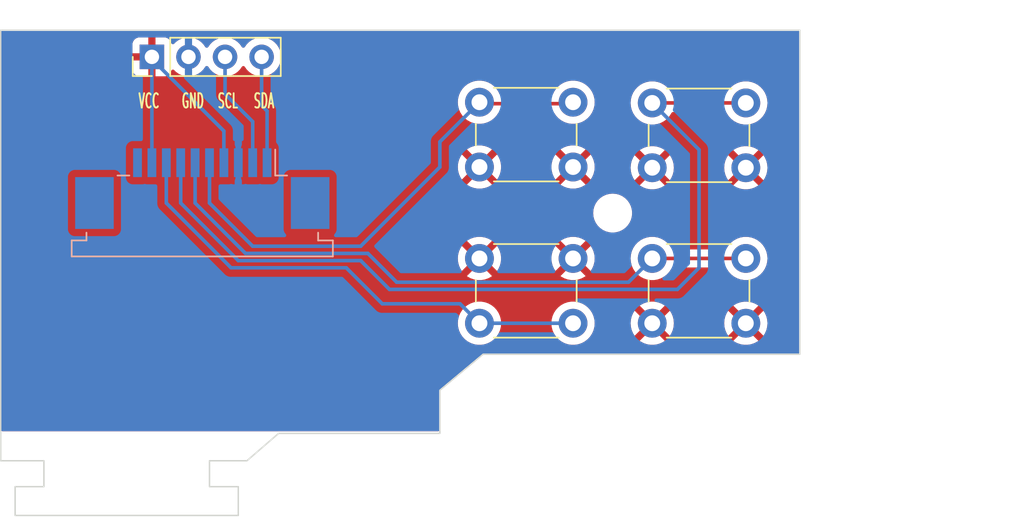
<source format=kicad_pcb>
(kicad_pcb (version 20221018) (generator pcbnew)
  (layers (0 "F.Cu" signal) (31 "B.Cu" signal) (34 "B.Paste" user) (35 "F.Paste" user) (36 "B.SilkS" user "B.Silkscreen") (37 "F.SilkS" user "F.Silkscreen") (38 "B.Mask" user) (39 "F.Mask" user) (44 "Edge.Cuts" user))
  (net 0 "")
  (net 1 "+3.3V")
  (net 2 "GND")
  (net 3 "/SCL")
  (net 4 "/SDA")
  (net 5 "Net-(J2-Pin_5)")
  (net 6 "Net-(J2-Pin_6)")
  (net 7 "Net-(J2-Pin_7)")
  (net 8 "Net-(J2-Pin_8)")
  (footprint "Button_Switch_THT:SW_PUSH_6mm_H8.5mm" (layer "F.Cu") (at 77.75 40.05)
    (fp_text reference "SW2" hide)
    (fp_text value "Up")
    (fp_line (start -0.25 1.5) (end -0.25 3) (stroke (width 0.12)) (layer "F.SilkS"))
    (fp_line (start 1 5.5) (end 5.5 5.5) (stroke (width 0.12)) (layer "F.SilkS"))
    (fp_line (start 5.5 -1) (end 1 -1) (stroke (width 0.12)) (layer "F.SilkS"))
    (fp_line (start 6.75 3) (end 6.75 1.5) (stroke (width 0.12)) (layer "F.SilkS"))
    (pad "1" thru_hole circle (at 0 0 90) (size 2 2) (drill 1.1) (layers "*.Cu" "*.Mask") (net 7 "Net-(J2-Pin_7)"))
    (pad "1" thru_hole circle (at 6.5 0 90) (size 2 2) (drill 1.1) (layers "*.Cu" "*.Mask") (net 7 "Net-(J2-Pin_7)"))
    (pad "2" thru_hole circle (at 0 4.5 90) (size 2 2) (drill 1.1) (layers "*.Cu" "*.Mask") (net 1 "+3.3V"))
    (pad "2" thru_hole circle (at 6.5 4.5 90) (size 2 2) (drill 1.1) (layers "*.Cu" "*.Mask") (net 1 "+3.3V"))
  )
  (footprint "Button_Switch_THT:SW_PUSH_6mm_H8.5mm" (layer "F.Cu") (at 72.25 55.35 180)
    (fp_text reference "SW3" hide)
    (fp_text value "Down")
    (fp_line (start -0.25 1.5) (end -0.25 3) (stroke (width 0.12)) (layer "F.SilkS"))
    (fp_line (start 1 5.5) (end 5.5 5.5) (stroke (width 0.12)) (layer "F.SilkS"))
    (fp_line (start 5.5 -1) (end 1 -1) (stroke (width 0.12)) (layer "F.SilkS"))
    (fp_line (start 6.75 3) (end 6.75 1.5) (stroke (width 0.12)) (layer "F.SilkS"))
    (pad "1" thru_hole circle (at 0 0 270) (size 2 2) (drill 1.1) (layers "*.Cu" "*.Mask") (net 8 "Net-(J2-Pin_8)"))
    (pad "1" thru_hole circle (at 6.5 0 270) (size 2 2) (drill 1.1) (layers "*.Cu" "*.Mask") (net 8 "Net-(J2-Pin_8)"))
    (pad "2" thru_hole circle (at 0 4.5 270) (size 2 2) (drill 1.1) (layers "*.Cu" "*.Mask") (net 1 "+3.3V"))
    (pad "2" thru_hole circle (at 6.5 4.5 270) (size 2 2) (drill 1.1) (layers "*.Cu" "*.Mask") (net 1 "+3.3V"))
  )
  (footprint "Button_Switch_THT:SW_PUSH_6mm_H8.5mm" (layer "F.Cu") (at 77.75 50.85)
    (fp_text reference "SW4" hide)
    (fp_text value "Confirm")
    (fp_line (start -0.25 1.5) (end -0.25 3) (stroke (width 0.12)) (layer "F.SilkS"))
    (fp_line (start 1 5.5) (end 5.5 5.5) (stroke (width 0.12)) (layer "F.SilkS"))
    (fp_line (start 5.5 -1) (end 1 -1) (stroke (width 0.12)) (layer "F.SilkS"))
    (fp_line (start 6.75 3) (end 6.75 1.5) (stroke (width 0.12)) (layer "F.SilkS"))
    (pad "1" thru_hole circle (at 0 0 90) (size 2 2) (drill 1.1) (layers "*.Cu" "*.Mask") (net 6 "Net-(J2-Pin_6)"))
    (pad "1" thru_hole circle (at 6.5 0 90) (size 2 2) (drill 1.1) (layers "*.Cu" "*.Mask") (net 6 "Net-(J2-Pin_6)"))
    (pad "2" thru_hole circle (at 0 4.5 90) (size 2 2) (drill 1.1) (layers "*.Cu" "*.Mask") (net 1 "+3.3V"))
    (pad "2" thru_hole circle (at 6.5 4.5 90) (size 2 2) (drill 1.1) (layers "*.Cu" "*.Mask") (net 1 "+3.3V"))
  )
  (footprint "Connector_PinHeader_2.54mm:PinHeader_1x04_P2.54mm_Vertical" (layer "F.Cu") (at 43 36.85 90)
    (fp_text reference "J1" hide)
    (fp_text value "OLED")
    (fp_line (start -1.33 -1.33) (end 0 -1.33) (stroke (width 0.12)) (layer "F.SilkS"))
    (fp_line (start -1.33 0) (end -1.33 -1.33) (stroke (width 0.12)) (layer "F.SilkS"))
    (fp_line (start -1.33 1.27) (end -1.33 8.95) (stroke (width 0.12)) (layer "F.SilkS"))
    (fp_line (start -1.33 1.27) (end 1.33 1.27) (stroke (width 0.12)) (layer "F.SilkS"))
    (fp_line (start -1.33 8.95) (end 1.33 8.95) (stroke (width 0.12)) (layer "F.SilkS"))
    (fp_line (start 1.33 1.27) (end 1.33 8.95) (stroke (width 0.12)) (layer "F.SilkS"))
    (pad "1" thru_hole rect (at 0 0 90) (size 1.7 1.7) (drill 1) (layers "*.Cu" "*.Mask") (net 1 "+3.3V"))
    (pad "2" thru_hole oval (at 0 2.54 90) (size 1.7 1.7) (drill 1) (layers "*.Cu" "*.Mask") (net 2 "GND"))
    (pad "3" thru_hole oval (at 0 5.08 90) (size 1.7 1.7) (drill 1) (layers "*.Cu" "*.Mask") (net 3 "/SCL"))
    (pad "4" thru_hole oval (at 0 7.62 90) (size 1.7 1.7) (drill 1) (layers "*.Cu" "*.Mask") (net 4 "/SDA"))
  )
  (footprint "MountingHole:MountingHole_2.2mm_M2" (layer "F.Cu") (at 75 47.7)
    (fp_text reference "REF**" hide)
    (fp_text value "MountingHole_2.2mm_M2")
    (pad "" np_thru_hole circle (at 0 0) (size 2.2 2.2) (drill 2.2) (layers "*.Cu" "*.Mask"))
  )
  (footprint "Button_Switch_THT:SW_PUSH_6mm_H8.5mm" (layer "F.Cu") (at 65.75 40)
    (fp_text reference "SW1" hide)
    (fp_text value "Back")
    (fp_line (start -0.25 1.5) (end -0.25 3) (stroke (width 0.12)) (layer "F.SilkS"))
    (fp_line (start 1 5.5) (end 5.5 5.5) (stroke (width 0.12)) (layer "F.SilkS"))
    (fp_line (start 5.5 -1) (end 1 -1) (stroke (width 0.12)) (layer "F.SilkS"))
    (fp_line (start 6.75 3) (end 6.75 1.5) (stroke (width 0.12)) (layer "F.SilkS"))
    (pad "1" thru_hole circle (at 0 0 90) (size 2 2) (drill 1.1) (layers "*.Cu" "*.Mask") (net 5 "Net-(J2-Pin_5)"))
    (pad "1" thru_hole circle (at 6.5 0 90) (size 2 2) (drill 1.1) (layers "*.Cu" "*.Mask") (net 5 "Net-(J2-Pin_5)"))
    (pad "2" thru_hole circle (at 0 4.5 90) (size 2 2) (drill 1.1) (layers "*.Cu" "*.Mask") (net 1 "+3.3V"))
    (pad "2" thru_hole circle (at 6.5 4.5 90) (size 2 2) (drill 1.1) (layers "*.Cu" "*.Mask") (net 1 "+3.3V"))
  )
  (footprint "Connector_FFC-FPC:TE_1-84952-0_1x10-1MP_P1.0mm_Horizontal" (layer "B.Cu") (at 46.5 46 180)
    (fp_text reference "J2" hide)
    (fp_text value "Connector")
    (fp_line (start -9.07 -4.71) (end -9.07 -3.6) (stroke (width 0.12)) (layer "B.SilkS"))
    (fp_line (start -9.07 -3.6) (end -8.045 -3.6) (stroke (width 0.12)) (layer "B.SilkS"))
    (fp_line (start -8.045 -3.6) (end -8.045 -3.06) (stroke (width 0.12)) (layer "B.SilkS"))
    (fp_line (start -5.89 0.91) (end -5.065 0.91) (stroke (width 0.12)) (layer "B.SilkS"))
    (fp_line (start -5.065 0.91) (end -5.065 2.71) (stroke (width 0.12)) (layer "B.SilkS"))
    (fp_line (start 5.065 0.91) (end 5.89 0.91) (stroke (width 0.12)) (layer "B.SilkS"))
    (fp_line (start 8.045 -3.6) (end 9.07 -3.6) (stroke (width 0.12)) (layer "B.SilkS"))
    (fp_line (start 8.045 -3.06) (end 8.045 -3.6) (stroke (width 0.12)) (layer "B.SilkS"))
    (fp_line (start 9.07 -4.71) (end -9.07 -4.71) (stroke (width 0.12)) (layer "B.SilkS"))
    (fp_line (start 9.07 -3.6) (end 9.07 -4.71) (stroke (width 0.12)) (layer "B.SilkS"))
    (pad "1" smd rect (at -4.5 1.8 180) (size 0.61 2) (layers "B.Cu" "B.Paste" "B.Mask") (net 4 "/SDA"))
    (pad "2" smd rect (at -3.5 1.8 180) (size 0.61 2) (layers "B.Cu" "B.Paste" "B.Mask") (net 3 "/SCL"))
    (pad "3" smd rect (at -2.5 1.8 180) (size 0.61 2) (layers "B.Cu" "B.Paste" "B.Mask") (net 2 "GND"))
    (pad "4" smd rect (at -1.5 1.8 180) (size 0.61 2) (layers "B.Cu" "B.Paste" "B.Mask") (net 1 "+3.3V"))
    (pad "5" smd rect (at -0.5 1.8 180) (size 0.61 2) (layers "B.Cu" "B.Paste" "B.Mask") (net 5 "Net-(J2-Pin_5)"))
    (pad "6" smd rect (at 0.5 1.8 180) (size 0.61 2) (layers "B.Cu" "B.Paste" "B.Mask") (net 6 "Net-(J2-Pin_6)"))
    (pad "7" smd rect (at 1.5 1.8 180) (size 0.61 2) (layers "B.Cu" "B.Paste" "B.Mask") (net 7 "Net-(J2-Pin_7)"))
    (pad "8" smd rect (at 2.5 1.8 180) (size 0.61 2) (layers "B.Cu" "B.Paste" "B.Mask") (net 8 "Net-(J2-Pin_8)"))
    (pad "9" smd rect (at 3.5 1.8 180) (size 0.61 2) (layers "B.Cu" "B.Paste" "B.Mask") (net 1 "+3.3V"))
    (pad "10" smd rect (at 4.5 1.8 180) (size 0.61 2) (layers "B.Cu" "B.Paste" "B.Mask"))
    (pad "MP" smd rect (at -7.49 -1 180) (size 2.68 3.6) (layers "B.Cu" "B.Paste" "B.Mask"))
    (pad "MP" smd rect (at 7.49 -1 180) (size 2.68 3.6) (layers "B.Cu" "B.Paste" "B.Mask"))
  )
  (gr_poly (pts (xy 32.5 35) (xy 88 35) (xy 88 57.5) (xy 66 57.5) (xy 63 60) (xy 63 63) (xy 51.8 63) (xy 49.6 64.9) (xy 47 64.9) (xy 47 66.7) (xy 49 66.7) (xy 49 68.7) (xy 33.5 68.7) (xy 33.5 66.7) (xy 35.5 66.7) (xy 35.5 64.9) (xy 32.5 64.9)) (stroke (width 0.1)) (fill none) (layer "Edge.Cuts"))
  (gr_text "SDA" (at 50 40.5) (layer "F.SilkS") (effects (font (size 1 0.5) (thickness 0.125)) (justify left bottom)))
  (gr_text "VCC" (at 42 40.5) (layer "F.SilkS") (effects (font (size 1 0.5) (thickness 0.125)) (justify left bottom)))
  (gr_text "GND" (at 45 40.5) (layer "F.SilkS") (effects (font (size 1 0.5) (thickness 0.125)) (justify left bottom)))
  (gr_text "SCL" (at 47.5 40.5) (layer "F.SilkS") (effects (font (size 1 0.5) (thickness 0.125)) (justify left bottom)))
  (segment (start 48 42) (end 43 37) (width 0.25) (layer "B.Cu") (net 1))
  (segment (start 43 36.85) (end 43 44.2) (width 0.25) (layer "B.Cu") (net 1))
  (segment (start 43 37) (end 43 36.85) (width 0.25) (layer "B.Cu") (net 1))
  (segment (start 48 44.2) (end 48 42) (width 0.25) (layer "B.Cu") (net 1))
  (segment (start 49 41.5) (end 45.54 38.04) (width 0.25) (layer "B.Cu") (net 2))
  (segment (start 49 44.2) (end 49 41.5) (width 0.25) (layer "B.Cu") (net 2))
  (segment (start 45.54 38.04) (end 45.54 36.85) (width 0.25) (layer "B.Cu") (net 2))
  (segment (start 50 41.35) (end 50 44.2) (width 0.25) (layer "B.Cu") (net 3))
  (segment (start 48.08 39.43) (end 50 41.35) (width 0.25) (layer "B.Cu") (net 3))
  (segment (start 48.08 36.85) (end 48.08 39.43) (width 0.25) (layer "B.Cu") (net 3))
  (segment (start 51 40.61) (end 51 44.2) (width 0.25) (layer "B.Cu") (net 4))
  (segment (start 50.62 36.85) (end 50.62 40.23) (width 0.25) (layer "B.Cu") (net 4))
  (segment (start 50.62 40.23) (end 51 40.61) (width 0.25) (layer "B.Cu") (net 4))
  (segment (start 72.3 40.1) (end 65.8 40.1) (width 0.25) (layer "F.Cu") (net 5))
  (segment (start 57.5 50) (end 63 44.5) (width 0.25) (layer "B.Cu") (net 5))
  (segment (start 50 50) (end 57.5 50) (width 0.25) (layer "B.Cu") (net 5))
  (segment (start 47 47) (end 50 50) (width 0.25) (layer "B.Cu") (net 5))
  (segment (start 47 44.2) (end 47 47) (width 0.25) (layer "B.Cu") (net 5))
  (segment (start 63 42.75) (end 65.75 40) (width 0.25) (layer "B.Cu") (net 5))
  (segment (start 63 44.5) (end 63 42.75) (width 0.25) (layer "B.Cu") (net 5))
  (segment (start 77.75 50.85) (end 84.25 50.85) (width 0.25) (layer "F.Cu") (net 6))
  (segment (start 46 47) (end 49.5 50.5) (width 0.25) (layer "B.Cu") (net 6))
  (segment (start 49.5 50.5) (end 58 50.5) (width 0.25) (layer "B.Cu") (net 6))
  (segment (start 60 52.5) (end 76.1 52.5) (width 0.25) (layer "B.Cu") (net 6))
  (segment (start 76.1 52.5) (end 77.75 50.85) (width 0.25) (layer "B.Cu") (net 6))
  (segment (start 46 44.2) (end 46 47) (width 0.25) (layer "B.Cu") (net 6))
  (segment (start 58 50.5) (end 60 52.5) (width 0.25) (layer "B.Cu") (net 6))
  (segment (start 84.25 40.05) (end 77.75 40.05) (width 0.25) (layer "F.Cu") (net 7))
  (segment (start 45 47) (end 49 51) (width 0.25) (layer "B.Cu") (net 7))
  (segment (start 79.5 53) (end 81 51.5) (width 0.25) (layer "B.Cu") (net 7))
  (segment (start 81 51.5) (end 81 43.3) (width 0.25) (layer "B.Cu") (net 7))
  (segment (start 59.5 53) (end 79.5 53) (width 0.25) (layer "B.Cu") (net 7))
  (segment (start 57.5 51) (end 59.5 53) (width 0.25) (layer "B.Cu") (net 7))
  (segment (start 49 51) (end 57.5 51) (width 0.25) (layer "B.Cu") (net 7))
  (segment (start 81 43.3) (end 77.75 40.05) (width 0.25) (layer "B.Cu") (net 7))
  (segment (start 45 44.2) (end 45 47) (width 0.25) (layer "B.Cu") (net 7))
  (segment (start 64.4 54) (end 65.75 55.35) (width 0.25) (layer "B.Cu") (net 8))
  (segment (start 59 54) (end 64.4 54) (width 0.25) (layer "B.Cu") (net 8))
  (segment (start 65.75 55.35) (end 72.25 55.35) (width 0.25) (layer "B.Cu") (net 8))
  (segment (start 48.5 51.5) (end 56.5 51.5) (width 0.25) (layer "B.Cu") (net 8))
  (segment (start 56.5 51.5) (end 59 54) (width 0.25) (layer "B.Cu") (net 8))
  (segment (start 44 44.2) (end 44 47) (width 0.25) (layer "B.Cu") (net 8))
  (segment (start 44 47) (end 48.5 51.5) (width 0.25) (layer "B.Cu") (net 8))
  (zone (net 1) (net_name "+3.3V") (layer "F.Cu") (connect_pads (clearance 0.5)) (min_thickness 0.25) (fill yes (thermal_gap 0.5) (thermal_bridge_width 0.5))
    (polygon (pts (xy 32.5 34.35) (xy 88 34.35) (xy 88 62.85) (xy 32.5 62.85)))
  )
  (zone (net 2) (net_name "GND") (layer "B.Cu") (priority 1) (connect_pads (clearance 0.5)) (min_thickness 0.25) (fill yes (thermal_gap 0.5) (thermal_bridge_width 0.5))
    (polygon (pts (xy 32.5 34.35) (xy 88 34.35) (xy 88 62.85) (xy 32.5 62.85)))
  )
)
</source>
